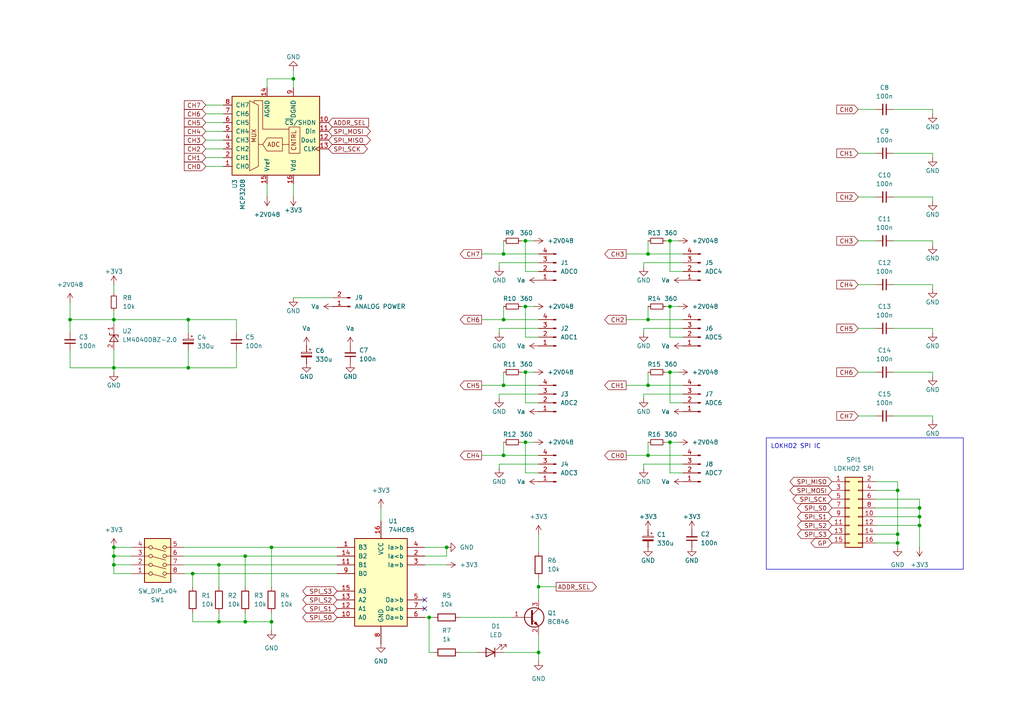
<source format=kicad_sch>
(kicad_sch (version 20250114) (generator "eeschema") (generator_version "9.0")
  (paper "A4")
  (lib_symbols
    (symbol "74xx:74HC85" (pin_names (offset 1.016))
      (property "Reference" "U" (at -7.62 13.97 0))
      (property "Value" "74HC85" (at -7.62 -13.97 0))
      (symbol "74HC85_1_0"
        (pin input line (at -12.7 10.16 0) (length 5.08) (name "B3") (number "1"))
        (pin input line (at -12.7 7.62 0) (length 5.08) (name "B2") (number "14"))
        (pin input line (at -12.7 5.08 0) (length 5.08) (name "B1") (number "11"))
        (pin input line (at -12.7 2.54 0) (length 5.08) (name "B0") (number "9"))
        (pin input line (at -12.7 -2.54 0) (length 5.08) (name "A3") (number "15"))
        (pin input line (at -12.7 -5.08 0) (length 5.08) (name "A2") (number "13"))
        (pin input line (at -12.7 -7.62 0) (length 5.08) (name "A1") (number "12"))
        (pin input line (at -12.7 -10.16 0) (length 5.08) (name "A0") (number "10"))
        (pin power_in line (at 0 17.78 270) (length 5.08) (name "VCC") (number "16"))
        (pin power_in line (at 0 -17.78 90) (length 5.08) (name "GND") (number "8"))
        (pin input line (at 12.7 10.16 180) (length 5.08) (name "Ia>b") (number "4"))
        (pin input line (at 12.7 7.62 180) (length 5.08) (name "Ia<b") (number "2"))
        (pin input line (at 12.7 5.08 180) (length 5.08) (name "Ia=b") (number "3"))
        (pin output line (at 12.7 -5.08 180) (length 5.08) (name "Oa>b") (number "5"))
        (pin output line (at 12.7 -7.62 180) (length 5.08) (name "Oa<b") (number "7"))
        (pin output line (at 12.7 -10.16 180) (length 5.08) (name "Oa=b") (number "6"))
      )
    )
    (symbol "Analog_ADC:MCP3208" (pin_names (offset 1.016))
      (property "Reference" "U" (at -5.08 13.335 0))
      (property "Value" "MCP3208" (at -5.08 11.43 0))
      (symbol "MCP3208_0_0"
        (text "MUX" (at -6.35 -1.27 900) (effects (font (size 1.27 1.27))))
        (text "ADC" (at -0.635 1.27 0) (effects (font (size 1.27 1.27))))
        (text "CNTRL" (at 5.969 -2.921 900) (effects (font (size 1.27 1.27)) (justify left bottom)))
      )
      (symbol "MCP3208_1_1"
        (pin input line (at -15.24 7.62 0) (length 2.54) (name "CH0") (number "1"))
        (pin input line (at -15.24 5.08 0) (length 2.54) (name "CH1") (number "2"))
        (pin input line (at -15.24 2.54 0) (length 2.54) (name "CH2") (number "3"))
        (pin input line (at -15.24 0 0) (length 2.54) (name "CH3") (number "4"))
        (pin input line (at -15.24 -2.54 0) (length 2.54) (name "CH4") (number "5"))
        (pin input line (at -15.24 -5.08 0) (length 2.54) (name "CH5") (number "6"))
        (pin input line (at -15.24 -7.62 0) (length 2.54) (name "CH6") (number "7"))
        (pin input line (at -15.24 -10.16 0) (length 2.54) (name "CH7") (number "8"))
        (pin power_in line (at -2.54 12.7 270) (length 2.54) (name "Vref") (number "15"))
        (pin power_in line (at -2.54 -15.24 90) (length 2.54) (name "AGND") (number "14"))
        (pin power_in line (at 5.08 12.7 270) (length 2.54) (name "Vdd") (number "16"))
        (pin power_in line (at 5.08 -15.24 90) (length 2.54) (name "DGND") (number "9"))
        (pin input clock (at 15.24 2.54 180) (length 2.54) (name "CLK") (number "13"))
        (pin output line (at 15.24 0 180) (length 2.54) (name "Dout") (number "12"))
        (pin input line (at 15.24 -2.54 180) (length 2.54) (name "Din") (number "11"))
        (pin input line (at 15.24 -5.08 180) (length 2.54) (name "~{CS}/SHDN") (number "10"))
      )
    )
    (symbol "Connector:Conn_01x02_Pin" (pin_names (offset 1.016) (hide yes))
      (property "Reference" "J" (at 0 2.54 0))
      (property "Value" "Conn_01x02_Pin" (at 0 -5.08 0))
      (symbol "Conn_01x02_Pin_1_1"
        (pin passive line (at 5.08 0 180) (length 3.81) (name "Pin_1") (number "1"))
        (pin passive line (at 5.08 -2.54 180) (length 3.81) (name "Pin_2") (number "2"))
      )
    )
    (symbol "Connector:Conn_01x04_Pin" (pin_names (offset 1.016) (hide yes))
      (property "Reference" "J" (at 0 5.08 0))
      (property "Value" "Conn_01x04_Pin" (at 0 -7.62 0))
      (symbol "Conn_01x04_Pin_1_1"
        (pin passive line (at 5.08 2.54 180) (length 3.81) (name "Pin_1") (number "1"))
        (pin passive line (at 5.08 0 180) (length 3.81) (name "Pin_2") (number "2"))
        (pin passive line (at 5.08 -2.54 180) (length 3.81) (name "Pin_3") (number "3"))
        (pin passive line (at 5.08 -5.08 180) (length 3.81) (name "Pin_4") (number "4"))
      )
    )
    (symbol "Connector_Generic:Conn_02x08_Odd_Even" (pin_names (offset 1.016) (hide yes))
      (property "Reference" "J" (at 1.27 10.16 0))
      (property "Value" "Conn_02x08_Odd_Even" (at 1.27 -12.7 0))
      (symbol "Conn_02x08_Odd_Even_1_1"
        (pin passive line (at -5.08 7.62 0) (length 3.81) (name "Pin_1") (number "1"))
        (pin passive line (at -5.08 5.08 0) (length 3.81) (name "Pin_3") (number "3"))
        (pin passive line (at -5.08 2.54 0) (length 3.81) (name "Pin_5") (number "5"))
        (pin passive line (at -5.08 0 0) (length 3.81) (name "Pin_7") (number "7"))
        (pin passive line (at -5.08 -2.54 0) (length 3.81) (name "Pin_9") (number "9"))
        (pin passive line (at -5.08 -5.08 0) (length 3.81) (name "Pin_11") (number "11"))
        (pin passive line (at -5.08 -7.62 0) (length 3.81) (name "Pin_13") (number "13"))
        (pin passive line (at -5.08 -10.16 0) (length 3.81) (name "Pin_15") (number "15"))
        (pin passive line (at 7.62 7.62 180) (length 3.81) (name "Pin_2") (number "2"))
        (pin passive line (at 7.62 5.08 180) (length 3.81) (name "Pin_4") (number "4"))
        (pin passive line (at 7.62 2.54 180) (length 3.81) (name "Pin_6") (number "6"))
        (pin passive line (at 7.62 0 180) (length 3.81) (name "Pin_8") (number "8"))
        (pin passive line (at 7.62 -2.54 180) (length 3.81) (name "Pin_10") (number "10"))
        (pin passive line (at 7.62 -5.08 180) (length 3.81) (name "Pin_12") (number "12"))
        (pin passive line (at 7.62 -7.62 180) (length 3.81) (name "Pin_14") (number "14"))
        (pin passive line (at 7.62 -10.16 180) (length 3.81) (name "Pin_16") (number "16"))
      )
    )
    (symbol "Device:C_Polarized_Small" (pin_numbers (hide yes)) (pin_names (offset 0.254) (hide yes))
      (property "Reference" "C" (at 0.254 1.778 0))
      (property "Value" "C_Polarized_Small" (at 0.254 -2.032 0))
      (symbol "C_Polarized_Small_1_1"
        (pin passive line (at 0 2.54 270) (length 1.8542) (name "~") (number "1"))
        (pin passive line (at 0 -2.54 90) (length 1.8542) (name "~") (number "2"))
      )
    )
    (symbol "Device:C_Small" (pin_numbers (hide yes)) (pin_names (offset 0.254) (hide yes))
      (property "Reference" "C" (at 0.254 1.778 0))
      (property "Value" "C_Small" (at 0.254 -2.032 0))
      (symbol "C_Small_1_1"
        (pin passive line (at 0 2.54 270) (length 2.032) (name "~") (number "1"))
        (pin passive line (at 0 -2.54 90) (length 2.032) (name "~") (number "2"))
      )
    )
    (symbol "Device:LED" (pin_numbers (hide yes)) (pin_names (offset 1.016) (hide yes))
      (property "Reference" "D" (at 0 2.54 0))
      (property "Value" "LED" (at 0 -2.54 0))
      (symbol "LED_1_1"
        (pin passive line (at -3.81 0 0) (length 2.54) (name "K") (number "1"))
        (pin passive line (at 3.81 0 180) (length 2.54) (name "A") (number "2"))
      )
    )
    (symbol "Device:R" (pin_numbers (hide yes)) (pin_names (offset 0))
      (property "Reference" "R" (at 2.032 0 90))
      (property "Value" "R" (at 0 0 90))
      (symbol "R_1_1"
        (pin passive line (at 0 3.81 270) (length 1.27) (name "~") (number "1"))
        (pin passive line (at 0 -3.81 90) (length 1.27) (name "~") (number "2"))
      )
    )
    (symbol "Device:R_Small" (pin_numbers (hide yes)) (pin_names (offset 0.254) (hide yes))
      (property "Reference" "R" (at 0.762 0.508 0))
      (property "Value" "R_Small" (at 0.762 -1.016 0))
      (symbol "R_Small_1_1"
        (pin passive line (at 0 2.54 270) (length 0.762) (name "~") (number "1"))
        (pin passive line (at 0 -2.54 90) (length 0.762) (name "~") (number "2"))
      )
    )
    (symbol "Reference_Voltage:LM4040DBZ-2.0" (pin_names (offset 0.0254) (hide yes))
      (property "Reference" "U" (at 0 2.54 0))
      (property "Value" "LM4040DBZ-2.0" (at 0 -3.175 0))
      (symbol "LM4040DBZ-2.0_1_1"
        (pin passive line (at -3.81 0 0) (length 2.54) (name "A") (number "2"))
        (pin no_connect line (at -1.27 0 0) (length 2.54) (hide yes) (name "NC") (number "3"))
        (pin passive line (at 3.81 0 180) (length 2.54) (name "K") (number "1"))
      )
    )
    (symbol "Switch:SW_DIP_x04" (pin_names (offset 0) (hide yes))
      (property "Reference" "SW" (at 0 8.89 0))
      (property "Value" "SW_DIP_x04" (at 0 -6.35 0))
      (symbol "SW_DIP_x04_1_1"
        (pin passive line (at -7.62 5.08 0) (length 5.08) (name "~") (number "1"))
        (pin passive line (at -7.62 2.54 0) (length 5.08) (name "~") (number "2"))
        (pin passive line (at -7.62 0 0) (length 5.08) (name "~") (number "3"))
        (pin passive line (at -7.62 -2.54 0) (length 5.08) (name "~") (number "4"))
        (pin passive line (at 7.62 5.08 180) (length 5.08) (name "~") (number "8"))
        (pin passive line (at 7.62 2.54 180) (length 5.08) (name "~") (number "7"))
        (pin passive line (at 7.62 0 180) (length 5.08) (name "~") (number "6"))
        (pin passive line (at 7.62 -2.54 180) (length 5.08) (name "~") (number "5"))
      )
    )
    (symbol "Transistor_BJT:BC846" (pin_names (offset 0) (hide yes))
      (property "Reference" "Q" (at 5.08 1.905 0))
      (property "Value" "BC846" (at 5.08 0 0))
      (symbol "BC846_1_1"
        (pin input line (at -5.08 0 0) (length 2.54) (name "B") (number "1"))
        (pin passive line (at 2.54 5.08 270) (length 2.54) (name "C") (number "3"))
        (pin passive line (at 2.54 -5.08 90) (length 2.54) (name "E") (number "2"))
      )
    )
    (symbol "power:+2V5" (power) (pin_numbers (hide yes)) (pin_names (offset 0) (hide yes))
      (property "Value" "+2V5" (at 0 3.556 0))
      (symbol "+2V5_1_1"
        (pin power_in line (at 0 0 90) (length 0) (name "~") (number "1"))
      )
    )
    (symbol "power:+3V3" (power) (pin_numbers (hide yes)) (pin_names (offset 0) (hide yes))
      (property "Value" "+3V3" (at 0 3.556 0))
      (symbol "+3V3_1_1"
        (pin power_in line (at 0 0 90) (length 0) (name "~") (number "1"))
      )
    )
    (symbol "power:GND" (power) (pin_numbers (hide yes)) (pin_names (offset 0) (hide yes))
      (property "Value" "GND" (at 0 -3.81 0))
      (symbol "GND_1_1"
        (pin power_in line (at 0 0 270) (length 0) (name "~") (number "1"))
      )
    )
    (symbol "power:VAA" (power) (pin_numbers (hide yes)) (pin_names (offset 0) (hide yes))
      (property "Value" "VAA" (at 0 3.556 0))
      (symbol "VAA_1_1"
        (pin power_in line (at 0 0 90) (length 0) (name "~") (number "1"))
      )
    )
  )
  (rectangle (start 222.25 127) (end 279.4 165.1))
  (text "LOKHO2 SPI IC" (at 223.52 129.54 0) (effects (font (size 1.27 1.27)) (justify left)))
  (junction (at 63.5 163.83))
  (junction (at 33.02 106.68))
  (junction (at 266.7 152.4))
  (junction (at 78.74 180.34))
  (junction (at 71.12 180.34))
  (junction (at 54.61 106.68))
  (junction (at 33.02 161.29))
  (junction (at 20.32 92.71))
  (junction (at 187.96 111.76))
  (junction (at 146.05 111.76))
  (junction (at 124.46 179.07))
  (junction (at 146.05 73.66))
  (junction (at 129.54 158.75))
  (junction (at 85.09 22.86))
  (junction (at 156.21 189.23))
  (junction (at 152.4 69.85))
  (junction (at 194.31 107.95))
  (junction (at 55.88 166.37))
  (junction (at 187.96 92.71))
  (junction (at 194.31 88.9))
  (junction (at 152.4 107.95))
  (junction (at 78.74 158.75))
  (junction (at 187.96 73.66))
  (junction (at 260.35 142.24))
  (junction (at 260.35 154.94))
  (junction (at 156.21 170.18))
  (junction (at 194.31 69.85))
  (junction (at 266.7 147.32))
  (junction (at 266.7 149.86))
  (junction (at 54.61 92.71))
  (junction (at 152.4 128.27))
  (junction (at 33.02 163.83))
  (junction (at 152.4 88.9))
  (junction (at 194.31 128.27))
  (junction (at 71.12 161.29))
  (junction (at 260.35 157.48))
  (junction (at 146.05 132.08))
  (junction (at 187.96 132.08))
  (junction (at 146.05 92.71))
  (junction (at 63.5 180.34))
  (junction (at 33.02 158.75))
  (junction (at 33.02 92.71))
  (no_connect (at 123.19 176.53))
  (no_connect (at 123.19 173.99))
  (wire (pts (xy 53.34 158.75) (xy 78.74 158.75)))
  (wire (pts (xy 260.35 157.48) (xy 254 157.48)))
  (wire (pts (xy 198.12 97.79) (xy 194.31 97.79)))
  (wire (pts (xy 78.74 177.8) (xy 78.74 180.34)))
  (wire (pts (xy 63.5 163.83) (xy 63.5 170.18)))
  (wire (pts (xy 198.12 137.16) (xy 194.31 137.16)))
  (wire (pts (xy 55.88 166.37) (xy 55.88 170.18)))
  (wire (pts (xy 53.34 161.29) (xy 71.12 161.29)))
  (wire (pts (xy 187.96 69.85) (xy 187.96 73.66)))
  (wire (pts (xy 156.21 154.94) (xy 156.21 160.02)))
  (wire (pts (xy 266.7 152.4) (xy 266.7 149.86)))
  (wire (pts (xy 248.92 57.15) (xy 254 57.15)))
  (wire (pts (xy 53.34 163.83) (xy 63.5 163.83)))
  (wire (pts (xy 59.69 33.02) (xy 64.77 33.02)))
  (wire (pts (xy 144.78 134.62) (xy 156.21 134.62)))
  (wire (pts (xy 151.13 107.95) (xy 152.4 107.95)))
  (wire (pts (xy 33.02 161.29) (xy 33.02 163.83)))
  (wire (pts (xy 161.29 170.18) (xy 156.21 170.18)))
  (wire (pts (xy 266.7 147.32) (xy 266.7 149.86)))
  (wire (pts (xy 54.61 96.52) (xy 54.61 92.71)))
  (wire (pts (xy 54.61 92.71) (xy 33.02 92.71)))
  (wire (pts (xy 194.31 88.9) (xy 196.85 88.9)))
  (wire (pts (xy 151.13 88.9) (xy 152.4 88.9)))
  (wire (pts (xy 198.12 78.74) (xy 194.31 78.74)))
  (wire (pts (xy 152.4 128.27) (xy 154.94 128.27)))
  (wire (pts (xy 152.4 116.84) (xy 152.4 107.95)))
  (wire (pts (xy 270.51 121.92) (xy 270.51 120.65)))
  (wire (pts (xy 33.02 163.83) (xy 33.02 166.37)))
  (wire (pts (xy 33.02 82.55) (xy 33.02 85.09)))
  (wire (pts (xy 260.35 139.7) (xy 260.35 142.24)))
  (wire (pts (xy 33.02 158.75) (xy 33.02 161.29)))
  (wire (pts (xy 146.05 189.23) (xy 156.21 189.23)))
  (wire (pts (xy 194.31 116.84) (xy 194.31 107.95)))
  (wire (pts (xy 156.21 189.23) (xy 156.21 191.77)))
  (wire (pts (xy 198.12 116.84) (xy 194.31 116.84)))
  (wire (pts (xy 260.35 154.94) (xy 260.35 157.48)))
  (wire (pts (xy 123.19 158.75) (xy 129.54 158.75)))
  (wire (pts (xy 248.92 82.55) (xy 254 82.55)))
  (wire (pts (xy 151.13 128.27) (xy 152.4 128.27)))
  (wire (pts (xy 270.51 45.72) (xy 270.51 44.45)))
  (wire (pts (xy 144.78 76.2) (xy 156.21 76.2)))
  (wire (pts (xy 20.32 92.71) (xy 20.32 96.52)))
  (wire (pts (xy 144.78 115.57) (xy 144.78 114.3)))
  (wire (pts (xy 187.96 92.71) (xy 198.12 92.71)))
  (wire (pts (xy 254 152.4) (xy 266.7 152.4)))
  (wire (pts (xy 193.04 128.27) (xy 194.31 128.27)))
  (wire (pts (xy 270.51 95.25) (xy 259.08 95.25)))
  (wire (pts (xy 186.69 96.52) (xy 186.69 95.25)))
  (wire (pts (xy 146.05 73.66) (xy 156.21 73.66)))
  (wire (pts (xy 123.19 179.07) (xy 124.46 179.07)))
  (wire (pts (xy 152.4 78.74) (xy 152.4 69.85)))
  (wire (pts (xy 20.32 101.6) (xy 20.32 106.68)))
  (wire (pts (xy 181.61 132.08) (xy 187.96 132.08)))
  (wire (pts (xy 248.92 107.95) (xy 254 107.95)))
  (wire (pts (xy 194.31 107.95) (xy 196.85 107.95)))
  (wire (pts (xy 144.78 96.52) (xy 144.78 95.25)))
  (wire (pts (xy 186.69 135.89) (xy 186.69 134.62)))
  (wire (pts (xy 146.05 128.27) (xy 146.05 132.08)))
  (wire (pts (xy 139.7 111.76) (xy 146.05 111.76)))
  (wire (pts (xy 186.69 77.47) (xy 186.69 76.2)))
  (wire (pts (xy 139.7 132.08) (xy 146.05 132.08)))
  (wire (pts (xy 110.49 147.32) (xy 110.49 151.13)))
  (wire (pts (xy 152.4 88.9) (xy 154.94 88.9)))
  (wire (pts (xy 270.51 57.15) (xy 259.08 57.15)))
  (wire (pts (xy 152.4 107.95) (xy 154.94 107.95)))
  (wire (pts (xy 78.74 158.75) (xy 97.79 158.75)))
  (wire (pts (xy 144.78 114.3) (xy 156.21 114.3)))
  (wire (pts (xy 270.51 71.12) (xy 270.51 69.85)))
  (wire (pts (xy 186.69 134.62) (xy 198.12 134.62)))
  (wire (pts (xy 85.09 86.36) (xy 96.52 86.36)))
  (wire (pts (xy 181.61 73.66) (xy 187.96 73.66)))
  (wire (pts (xy 55.88 177.8) (xy 55.88 180.34)))
  (wire (pts (xy 193.04 69.85) (xy 194.31 69.85)))
  (wire (pts (xy 156.21 184.15) (xy 156.21 189.23)))
  (wire (pts (xy 186.69 76.2) (xy 198.12 76.2)))
  (wire (pts (xy 248.92 69.85) (xy 254 69.85)))
  (wire (pts (xy 33.02 158.75) (xy 38.1 158.75)))
  (wire (pts (xy 78.74 158.75) (xy 78.74 170.18)))
  (wire (pts (xy 33.02 101.6) (xy 33.02 106.68)))
  (wire (pts (xy 20.32 92.71) (xy 33.02 92.71)))
  (wire (pts (xy 78.74 180.34) (xy 78.74 182.88)))
  (wire (pts (xy 124.46 189.23) (xy 124.46 179.07)))
  (wire (pts (xy 129.54 158.75) (xy 129.54 161.29)))
  (wire (pts (xy 248.92 44.45) (xy 254 44.45)))
  (wire (pts (xy 254 144.78) (xy 266.7 144.78)))
  (wire (pts (xy 20.32 87.63) (xy 20.32 92.71)))
  (wire (pts (xy 270.51 96.52) (xy 270.51 95.25)))
  (wire (pts (xy 54.61 101.6) (xy 54.61 106.68)))
  (wire (pts (xy 266.7 144.78) (xy 266.7 147.32)))
  (wire (pts (xy 146.05 69.85) (xy 146.05 73.66)))
  (wire (pts (xy 248.92 120.65) (xy 254 120.65)))
  (wire (pts (xy 194.31 128.27) (xy 196.85 128.27)))
  (wire (pts (xy 68.58 92.71) (xy 54.61 92.71)))
  (wire (pts (xy 59.69 43.18) (xy 64.77 43.18)))
  (wire (pts (xy 144.78 95.25) (xy 156.21 95.25)))
  (wire (pts (xy 146.05 107.95) (xy 146.05 111.76)))
  (wire (pts (xy 59.69 40.64) (xy 64.77 40.64)))
  (wire (pts (xy 33.02 92.71) (xy 33.02 93.98)))
  (wire (pts (xy 146.05 92.71) (xy 156.21 92.71)))
  (wire (pts (xy 133.35 179.07) (xy 148.59 179.07)))
  (wire (pts (xy 270.51 109.22) (xy 270.51 107.95)))
  (wire (pts (xy 156.21 78.74) (xy 152.4 78.74)))
  (wire (pts (xy 194.31 97.79) (xy 194.31 88.9)))
  (wire (pts (xy 59.69 38.1) (xy 64.77 38.1)))
  (wire (pts (xy 133.35 189.23) (xy 138.43 189.23)))
  (wire (pts (xy 68.58 101.6) (xy 68.58 106.68)))
  (wire (pts (xy 139.7 92.71) (xy 146.05 92.71)))
  (wire (pts (xy 181.61 111.76) (xy 187.96 111.76)))
  (wire (pts (xy 187.96 88.9) (xy 187.96 92.71)))
  (wire (pts (xy 59.69 30.48) (xy 64.77 30.48)))
  (wire (pts (xy 123.19 163.83) (xy 129.54 163.83)))
  (wire (pts (xy 270.51 107.95) (xy 259.08 107.95)))
  (wire (pts (xy 152.4 69.85) (xy 154.94 69.85)))
  (wire (pts (xy 54.61 106.68) (xy 33.02 106.68)))
  (wire (pts (xy 156.21 167.64) (xy 156.21 170.18)))
  (wire (pts (xy 144.78 77.47) (xy 144.78 76.2)))
  (wire (pts (xy 71.12 177.8) (xy 71.12 180.34)))
  (wire (pts (xy 63.5 177.8) (xy 63.5 180.34)))
  (wire (pts (xy 68.58 96.52) (xy 68.58 92.71)))
  (wire (pts (xy 146.05 132.08) (xy 156.21 132.08)))
  (wire (pts (xy 55.88 166.37) (xy 97.79 166.37)))
  (wire (pts (xy 85.09 20.32) (xy 85.09 22.86)))
  (wire (pts (xy 270.51 58.42) (xy 270.51 57.15)))
  (wire (pts (xy 55.88 180.34) (xy 63.5 180.34)))
  (wire (pts (xy 71.12 180.34) (xy 78.74 180.34)))
  (wire (pts (xy 152.4 97.79) (xy 152.4 88.9)))
  (wire (pts (xy 260.35 158.75) (xy 260.35 157.48)))
  (wire (pts (xy 187.96 128.27) (xy 187.96 132.08)))
  (wire (pts (xy 194.31 137.16) (xy 194.31 128.27)))
  (wire (pts (xy 20.32 106.68) (xy 33.02 106.68)))
  (wire (pts (xy 254 149.86) (xy 266.7 149.86)))
  (wire (pts (xy 33.02 106.68) (xy 33.02 107.95)))
  (wire (pts (xy 53.34 166.37) (xy 55.88 166.37)))
  (wire (pts (xy 33.02 163.83) (xy 38.1 163.83)))
  (wire (pts (xy 156.21 170.18) (xy 156.21 173.99)))
  (wire (pts (xy 77.47 22.86) (xy 85.09 22.86)))
  (wire (pts (xy 270.51 120.65) (xy 259.08 120.65)))
  (wire (pts (xy 270.51 69.85) (xy 259.08 69.85)))
  (wire (pts (xy 260.35 142.24) (xy 260.35 154.94)))
  (wire (pts (xy 33.02 161.29) (xy 38.1 161.29)))
  (wire (pts (xy 187.96 107.95) (xy 187.96 111.76)))
  (wire (pts (xy 129.54 161.29) (xy 123.19 161.29)))
  (wire (pts (xy 181.61 92.71) (xy 187.96 92.71)))
  (wire (pts (xy 156.21 137.16) (xy 152.4 137.16)))
  (wire (pts (xy 63.5 180.34) (xy 71.12 180.34)))
  (wire (pts (xy 193.04 107.95) (xy 194.31 107.95)))
  (wire (pts (xy 254 154.94) (xy 260.35 154.94)))
  (wire (pts (xy 193.04 88.9) (xy 194.31 88.9)))
  (wire (pts (xy 194.31 78.74) (xy 194.31 69.85)))
  (wire (pts (xy 139.7 73.66) (xy 146.05 73.66)))
  (wire (pts (xy 270.51 31.75) (xy 259.08 31.75)))
  (wire (pts (xy 71.12 161.29) (xy 71.12 170.18)))
  (wire (pts (xy 59.69 45.72) (xy 64.77 45.72)))
  (wire (pts (xy 270.51 44.45) (xy 259.08 44.45)))
  (wire (pts (xy 270.51 33.02) (xy 270.51 31.75)))
  (wire (pts (xy 77.47 57.15) (xy 77.47 53.34)))
  (wire (pts (xy 186.69 95.25) (xy 198.12 95.25)))
  (wire (pts (xy 144.78 135.89) (xy 144.78 134.62)))
  (wire (pts (xy 68.58 106.68) (xy 54.61 106.68)))
  (wire (pts (xy 71.12 161.29) (xy 97.79 161.29)))
  (wire (pts (xy 156.21 116.84) (xy 152.4 116.84)))
  (wire (pts (xy 59.69 35.56) (xy 64.77 35.56)))
  (wire (pts (xy 270.51 82.55) (xy 259.08 82.55)))
  (wire (pts (xy 85.09 57.15) (xy 85.09 53.34)))
  (wire (pts (xy 254 139.7) (xy 260.35 139.7)))
  (wire (pts (xy 156.21 97.79) (xy 152.4 97.79)))
  (wire (pts (xy 59.69 48.26) (xy 64.77 48.26)))
  (wire (pts (xy 33.02 166.37) (xy 38.1 166.37)))
  (wire (pts (xy 254 142.24) (xy 260.35 142.24)))
  (wire (pts (xy 248.92 95.25) (xy 254 95.25)))
  (wire (pts (xy 63.5 163.83) (xy 97.79 163.83)))
  (wire (pts (xy 152.4 137.16) (xy 152.4 128.27)))
  (wire (pts (xy 194.31 69.85) (xy 196.85 69.85)))
  (wire (pts (xy 125.73 189.23) (xy 124.46 189.23)))
  (wire (pts (xy 85.09 22.86) (xy 85.09 25.4)))
  (wire (pts (xy 254 147.32) (xy 266.7 147.32)))
  (wire (pts (xy 124.46 179.07) (xy 125.73 179.07)))
  (wire (pts (xy 151.13 69.85) (xy 152.4 69.85)))
  (wire (pts (xy 187.96 73.66) (xy 198.12 73.66)))
  (wire (pts (xy 187.96 111.76) (xy 198.12 111.76)))
  (wire (pts (xy 77.47 25.4) (xy 77.47 22.86)))
  (wire (pts (xy 266.7 158.75) (xy 266.7 152.4)))
  (wire (pts (xy 186.69 115.57) (xy 186.69 114.3)))
  (wire (pts (xy 146.05 88.9) (xy 146.05 92.71)))
  (wire (pts (xy 248.92 31.75) (xy 254 31.75)))
  (wire (pts (xy 187.96 132.08) (xy 198.12 132.08)))
  (wire (pts (xy 146.05 111.76) (xy 156.21 111.76)))
  (wire (pts (xy 186.69 114.3) (xy 198.12 114.3)))
  (wire (pts (xy 33.02 90.17) (xy 33.02 92.71)))
  (wire (pts (xy 270.51 83.82) (xy 270.51 82.55)))
  (global_label "CH1" (shape input) (at 59.69 45.72 180) (property "Intersheetrefs" "${INTERSHEET_REFS}" (effects (hide yes))))
  (global_label "SPI_S3" (shape bidirectional) (at 241.3 154.94 180) (property "Intersheetrefs" "${INTERSHEET_REFS}" (effects (hide yes))))
  (global_label "CH2" (shape input) (at 248.92 57.15 180) (property "Intersheetrefs" "${INTERSHEET_REFS}" (effects (hide yes))))
  (global_label "SPI_S1" (shape bidirectional) (at 241.3 149.86 180) (property "Intersheetrefs" "${INTERSHEET_REFS}" (effects (hide yes))))
  (global_label "CH0" (shape input) (at 248.92 31.75 180) (property "Intersheetrefs" "${INTERSHEET_REFS}" (effects (hide yes))))
  (global_label "CH5" (shape input) (at 248.92 95.25 180) (property "Intersheetrefs" "${INTERSHEET_REFS}" (effects (hide yes))))
  (global_label "CH2" (shape input) (at 59.69 43.18 180) (property "Intersheetrefs" "${INTERSHEET_REFS}" (effects (hide yes))))
  (global_label "SPI_SCK" (shape bidirectional) (at 95.25 43.18 0) (property "Intersheetrefs" "${INTERSHEET_REFS}" (effects (hide yes))))
  (global_label "CH1" (shape input) (at 248.92 44.45 180) (property "Intersheetrefs" "${INTERSHEET_REFS}" (effects (hide yes))))
  (global_label "CH6" (shape input) (at 248.92 107.95 180) (property "Intersheetrefs" "${INTERSHEET_REFS}" (effects (hide yes))))
  (global_label "CH3" (shape input) (at 59.69 40.64 180) (property "Intersheetrefs" "${INTERSHEET_REFS}" (effects (hide yes))))
  (global_label "SPI_SCK" (shape bidirectional) (at 241.3 144.78 180) (property "Intersheetrefs" "${INTERSHEET_REFS}" (effects (hide yes))))
  (global_label "SPI_S2" (shape bidirectional) (at 97.79 173.99 180) (property "Intersheetrefs" "${INTERSHEET_REFS}" (effects (hide yes))))
  (global_label "CH1" (shape output) (at 181.61 111.76 180) (property "Intersheetrefs" "${INTERSHEET_REFS}" (effects (hide yes))))
  (global_label "CH3" (shape input) (at 248.92 69.85 180) (property "Intersheetrefs" "${INTERSHEET_REFS}" (effects (hide yes))))
  (global_label "CH4" (shape input) (at 59.69 38.1 180) (property "Intersheetrefs" "${INTERSHEET_REFS}" (effects (hide yes))))
  (global_label "CH2" (shape output) (at 181.61 92.71 180) (property "Intersheetrefs" "${INTERSHEET_REFS}" (effects (hide yes))))
  (global_label "CH5" (shape output) (at 139.7 111.76 180) (property "Intersheetrefs" "${INTERSHEET_REFS}" (effects (hide yes))))
  (global_label "SPI_S0" (shape bidirectional) (at 241.3 147.32 180) (property "Intersheetrefs" "${INTERSHEET_REFS}" (effects (hide yes))))
  (global_label "ADDR_SEL" (shape output) (at 161.29 170.18 0) (property "Intersheetrefs" "${INTERSHEET_REFS}" (effects (hide yes))))
  (global_label "SPI_MISO" (shape bidirectional) (at 95.25 40.64 0) (property "Intersheetrefs" "${INTERSHEET_REFS}" (effects (hide yes))))
  (global_label "CH6" (shape input) (at 59.69 33.02 180) (property "Intersheetrefs" "${INTERSHEET_REFS}" (effects (hide yes))))
  (global_label "CH0" (shape output) (at 181.61 132.08 180) (property "Intersheetrefs" "${INTERSHEET_REFS}" (effects (hide yes))))
  (global_label "CH0" (shape input) (at 59.69 48.26 180) (property "Intersheetrefs" "${INTERSHEET_REFS}" (effects (hide yes))))
  (global_label "SPI_S2" (shape bidirectional) (at 241.3 152.4 180) (property "Intersheetrefs" "${INTERSHEET_REFS}" (effects (hide yes))))
  (global_label "SPI_MISO" (shape bidirectional) (at 241.3 139.7 180) (property "Intersheetrefs" "${INTERSHEET_REFS}" (effects (hide yes))))
  (global_label "SPI_S3" (shape bidirectional) (at 97.79 171.45 180) (property "Intersheetrefs" "${INTERSHEET_REFS}" (effects (hide yes))))
  (global_label "CH7" (shape output) (at 139.7 73.66 180) (property "Intersheetrefs" "${INTERSHEET_REFS}" (effects (hide yes))))
  (global_label "CH7" (shape input) (at 59.69 30.48 180) (property "Intersheetrefs" "${INTERSHEET_REFS}" (effects (hide yes))))
  (global_label "ADDR_SEL" (shape input) (at 95.25 35.56 0) (property "Intersheetrefs" "${INTERSHEET_REFS}" (effects (hide yes))))
  (global_label "SPI_S1" (shape bidirectional) (at 97.79 176.53 180) (property "Intersheetrefs" "${INTERSHEET_REFS}" (effects (hide yes))))
  (global_label "SPI_MOSI" (shape bidirectional) (at 95.25 38.1 0) (property "Intersheetrefs" "${INTERSHEET_REFS}" (effects (hide yes))))
  (global_label "CH4" (shape input) (at 248.92 82.55 180) (property "Intersheetrefs" "${INTERSHEET_REFS}" (effects (hide yes))))
  (global_label "CH6" (shape output) (at 139.7 92.71 180) (property "Intersheetrefs" "${INTERSHEET_REFS}" (effects (hide yes))))
  (global_label "CH3" (shape output) (at 181.61 73.66 180) (property "Intersheetrefs" "${INTERSHEET_REFS}" (effects (hide yes))))
  (global_label "CH4" (shape output) (at 139.7 132.08 180) (property "Intersheetrefs" "${INTERSHEET_REFS}" (effects (hide yes))))
  (global_label "SPI_S0" (shape bidirectional) (at 97.79 179.07 180) (property "Intersheetrefs" "${INTERSHEET_REFS}" (effects (hide yes))))
  (global_label "GP" (shape bidirectional) (at 241.3 157.48 180) (property "Intersheetrefs" "${INTERSHEET_REFS}" (effects (hide yes))))
  (global_label "CH7" (shape input) (at 248.92 120.65 180) (property "Intersheetrefs" "${INTERSHEET_REFS}" (effects (hide yes))))
  (global_label "SPI_MOSI" (shape bidirectional) (at 241.3 142.24 180) (property "Intersheetrefs" "${INTERSHEET_REFS}" (effects (hide yes))))
  (global_label "CH5" (shape input) (at 59.69 35.56 180) (property "Intersheetrefs" "${INTERSHEET_REFS}" (effects (hide yes))))
  (symbol (lib_id "power:GND") (at 110.49 186.69 0) (unit 1)
    (property "Reference" "#PWR0108" (effects (hide yes)))
    (property "Value" "GND" (at 110.49 191.77 0))
    (property "Description" "Power symbol creates a global label with name \"GND\" , ground" (effects (hide yes)))
  )
  (symbol (lib_id "power:+3V3") (at 33.02 158.75 0) (unit 1)
    (property "Reference" "#PWR0105" (effects (hide yes)))
    (property "Value" "+3V3" (at 33.02 153.67 0))
    (property "Description" "Power symbol creates a global label with name \"+3V3\"" (effects (hide yes)))
  )
  (symbol (lib_id "Device:LED") (at 142.24 189.23 180) (unit 1)
    (property "Reference" "D1" (at 143.8275 181.61 0))
    (property "Value" "LED" (at 143.8275 184.15 0))
    (property "Footprint" "LED_THT:LED_D3.0mm" (effects (hide yes)))
    (property "Description" "Light emitting diode" (effects (hide yes)))
    (property "Sim.Pins" "1=K 2=A" (effects (hide yes)))
  )
  (symbol (lib_id "Device:R") (at 63.5 173.99 0) (unit 1)
    (property "Reference" "R2" (at 66.04 172.7199 0) (effects (justify left)))
    (property "Value" "10k" (at 66.04 175.2599 0) (effects (justify left)))
    (property "Footprint" "Resistor_THT:R_Axial_DIN0204_L3.6mm_D1.6mm_P7.62mm_Horizontal" (effects (hide yes)))
    (property "Description" "Resistor" (effects (hide yes)))
  )
  (symbol (lib_id "Device:R") (at 129.54 179.07 90) (unit 1)
    (property "Reference" "R5" (at 129.54 172.72 90))
    (property "Value" "10k" (at 129.54 175.26 90))
    (property "Footprint" "Resistor_THT:R_Axial_DIN0204_L3.6mm_D1.6mm_P7.62mm_Horizontal" (effects (hide yes)))
    (property "Description" "Resistor" (effects (hide yes)))
  )
  (symbol (lib_id "Connector:Conn_01x04_Pin") (at 203.2 116.84 180) (unit 1)
    (property "Reference" "J7" (at 204.47 114.2999 0) (effects (justify right)))
    (property "Value" "ADC6" (at 204.47 116.8399 0) (effects (justify right)))
    (property "Footprint" "Connector_PinHeader_2.54mm:PinHeader_1x04_P2.54mm_Horizontal" (effects (hide yes)))
    (property "Description" "Generic connector, single row, 01x04, script generated" (effects (hide yes)))
  )
  (symbol (lib_id "Device:C_Polarized_Small") (at 54.61 99.06 0) (mirror y) (unit 1)
    (property "Reference" "C4" (at 57.15 97.8789 0) (effects (justify right)))
    (property "Value" "330u" (at 57.15 100.4189 0) (effects (justify right)))
    (property "Footprint" "Capacitor_THT:CP_Radial_D8.0mm_P3.50mm" (effects (hide yes)))
  )
  (symbol (lib_id "power:GND") (at 187.96 158.75 0) (unit 1)
    (property "Reference" "#PWR0114" (effects (hide yes)))
    (property "Value" "GND" (at 187.96 162.56 0))
  )
  (symbol (lib_id "power:GND") (at 85.09 20.32 0) (mirror x) (unit 1)
    (property "Reference" "#PWR0103" (effects (hide yes)))
    (property "Value" "GND" (at 85.09 16.51 0))
  )
  (symbol (lib_id "power:GND") (at 156.21 191.77 0) (unit 1)
    (property "Reference" "#PWR0106" (effects (hide yes)))
    (property "Value" "GND" (at 156.21 196.85 0))
    (property "Description" "Power symbol creates a global label with name \"GND\" , ground" (effects (hide yes)))
  )
  (symbol (lib_id "power:GND") (at 101.6 105.41 0) (unit 1)
    (property "Reference" "#PWR016" (effects (hide yes)))
    (property "Value" "GND" (at 101.6 109.22 0))
  )
  (symbol (lib_id "power:+3V3") (at 156.21 154.94 0) (unit 1)
    (property "Reference" "#PWR0109" (effects (hide yes)))
    (property "Value" "+3V3" (at 156.21 149.86 0))
    (property "Description" "Power symbol creates a global label with name \"+3V3\"" (effects (hide yes)))
  )
  (symbol (lib_id "power:+2V5") (at 154.94 69.85 270) (unit 1)
    (property "Reference" "#PWR0120" (effects (hide yes)))
    (property "Value" "+2V048" (at 158.75 69.8499 90) (effects (justify left)))
    (property "Description" "Power symbol creates a global label with name \"+2V5\"" (effects (hide yes)))
  )
  (symbol (lib_id "Device:R_Small") (at 33.02 87.63 180) (unit 1)
    (property "Reference" "R8" (at 35.56 86.3599 0) (effects (justify right)))
    (property "Value" "10k" (at 35.56 88.8999 0) (effects (justify right)))
    (property "Footprint" "Resistor_THT:R_Axial_DIN0204_L3.6mm_D1.6mm_P7.62mm_Horizontal" (effects (hide yes)))
  )
  (symbol (lib_id "Connector:Conn_01x04_Pin") (at 203.2 78.74 180) (unit 1)
    (property "Reference" "J5" (at 204.47 76.1999 0) (effects (justify right)))
    (property "Value" "ADC4" (at 204.47 78.7399 0) (effects (justify right)))
    (property "Footprint" "Connector_PinHeader_2.54mm:PinHeader_1x04_P2.54mm_Horizontal" (effects (hide yes)))
    (property "Description" "Generic connector, single row, 01x04, script generated" (effects (hide yes)))
  )
  (symbol (lib_id "Device:R_Small") (at 190.5 128.27 90) (unit 1)
    (property "Reference" "R16" (at 189.738 125.984 90))
    (property "Value" "360" (at 194.564 125.984 90))
    (property "Footprint" "Resistor_THT:R_Axial_DIN0204_L3.6mm_D1.6mm_P7.62mm_Horizontal" (effects (hide yes)))
  )
  (symbol (lib_id "power:+2V5") (at 196.85 88.9 270) (unit 1)
    (property "Reference" "#PWR0123" (effects (hide yes)))
    (property "Value" "+2V048" (at 200.66 88.8999 90) (effects (justify left)))
    (property "Description" "Power symbol creates a global label with name \"+2V5\"" (effects (hide yes)))
  )
  (symbol (lib_id "Connector:Conn_01x04_Pin") (at 161.29 137.16 180) (unit 1)
    (property "Reference" "J4" (at 162.56 134.6199 0) (effects (justify right)))
    (property "Value" "ADC3" (at 162.56 137.1599 0) (effects (justify right)))
    (property "Footprint" "Connector_PinHeader_2.54mm:PinHeader_1x04_P2.54mm_Horizontal" (effects (hide yes)))
    (property "Description" "Generic connector, single row, 01x04, script generated" (effects (hide yes)))
  )
  (symbol (lib_id "power:GND") (at 270.51 45.72 0) (mirror y) (unit 1)
    (property "Reference" "#PWR018" (effects (hide yes)))
    (property "Value" "GND" (at 270.51 49.53 0))
  )
  (symbol (lib_id "Connector:Conn_01x02_Pin") (at 101.6 88.9 180) (unit 1)
    (property "Reference" "J9" (at 102.87 86.3599 0) (effects (justify right)))
    (property "Value" "ANALOG POWER" (at 102.87 88.8999 0) (effects (justify right)))
    (property "Footprint" "Connector_PinHeader_2.54mm:PinHeader_1x02_P2.54mm_Horizontal" (effects (hide yes)))
    (property "Description" "Generic connector, single row, 01x02, script generated" (effects (hide yes)))
  )
  (symbol (lib_id "power:GND") (at 186.69 96.52 0) (unit 1)
    (property "Reference" "#PWR0125" (effects (hide yes)))
    (property "Value" "GND" (at 186.69 100.33 0))
  )
  (symbol (lib_id "power:GND") (at 270.51 33.02 0) (mirror y) (unit 1)
    (property "Reference" "#PWR017" (effects (hide yes)))
    (property "Value" "GND" (at 270.51 36.83 0))
  )
  (symbol (lib_id "power:VAA") (at 198.12 119.38 90) (unit 1)
    (property "Reference" "#PWR07" (effects (hide yes)))
    (property "Value" "Va" (at 194.31 119.3799 90) (effects (justify left)))
    (property "Description" "Power symbol creates a global label with name \"VAA\"" (effects (hide yes)))
  )
  (symbol (lib_id "Device:C_Small") (at 256.54 44.45 270) (unit 1)
    (property "Reference" "C9" (at 256.5336 38.1 90))
    (property "Value" "100n" (at 256.5336 40.64 90))
    (property "Footprint" "Capacitor_THT:C_Disc_D4.3mm_W1.9mm_P5.00mm" (effects (hide yes)))
  )
  (symbol (lib_id "Transistor_BJT:BC846") (at 153.67 179.07 0) (unit 1)
    (property "Reference" "Q1" (at 158.75 177.7999 0) (effects (justify left)))
    (property "Value" "BC846" (at 158.75 180.3399 0) (effects (justify left)))
    (property "Footprint" "Package_TO_SOT_SMD:SOT-23" (effects (hide yes)))
    (property "Datasheet" "https://assets.nexperia.com/documents/data-sheet/BC846_SER.pdf" (effects (hide yes)))
    (property "Description" "0.1A Ic, 65V Vce, NPN Transistor, SOT-23" (effects (hide yes)))
    (property "Sim.Device" "NPN" (effects (hide yes)))
    (property "Sim.Pins" "1=B 2=E 3=C" (effects (hide yes)))
  )
  (symbol (lib_id "Connector:Conn_01x04_Pin") (at 203.2 97.79 180) (unit 1)
    (property "Reference" "J6" (at 204.47 95.2499 0) (effects (justify right)))
    (property "Value" "ADC5" (at 204.47 97.7899 0) (effects (justify right)))
    (property "Footprint" "Connector_PinHeader_2.54mm:PinHeader_1x04_P2.54mm_Horizontal" (effects (hide yes)))
    (property "Description" "Generic connector, single row, 01x04, script generated" (effects (hide yes)))
  )
  (symbol (lib_id "Device:R") (at 129.54 189.23 90) (unit 1)
    (property "Reference" "R7" (at 129.54 182.88 90))
    (property "Value" "1k" (at 129.54 185.42 90))
    (property "Footprint" "Resistor_THT:R_Axial_DIN0204_L3.6mm_D1.6mm_P7.62mm_Horizontal" (effects (hide yes)))
    (property "Description" "Resistor" (effects (hide yes)))
  )
  (symbol (lib_id "power:VAA") (at 156.21 100.33 90) (unit 1)
    (property "Reference" "#PWR02" (effects (hide yes)))
    (property "Value" "Va" (at 152.4 100.3299 90) (effects (justify left)))
    (property "Description" "Power symbol creates a global label with name \"VAA\"" (effects (hide yes)))
  )
  (symbol (lib_id "Device:R_Small") (at 190.5 88.9 90) (unit 1)
    (property "Reference" "R14" (at 189.738 86.614 90))
    (property "Value" "360" (at 194.564 86.614 90))
    (property "Footprint" "Resistor_THT:R_Axial_DIN0204_L3.6mm_D1.6mm_P7.62mm_Horizontal" (effects (hide yes)))
  )
  (symbol (lib_id "power:GND") (at 270.51 121.92 0) (mirror y) (unit 1)
    (property "Reference" "#PWR024" (effects (hide yes)))
    (property "Value" "GND" (at 270.51 125.73 0))
  )
  (symbol (lib_id "Device:R_Small") (at 190.5 69.85 90) (unit 1)
    (property "Reference" "R13" (at 189.738 67.564 90))
    (property "Value" "360" (at 194.564 67.564 90))
    (property "Footprint" "Resistor_THT:R_Axial_DIN0204_L3.6mm_D1.6mm_P7.62mm_Horizontal" (effects (hide yes)))
  )
  (symbol (lib_id "power:VAA") (at 156.21 119.38 90) (unit 1)
    (property "Reference" "#PWR03" (effects (hide yes)))
    (property "Value" "Va" (at 152.4 119.3799 90) (effects (justify left)))
    (property "Description" "Power symbol creates a global label with name \"VAA\"" (effects (hide yes)))
  )
  (symbol (lib_id "power:GND") (at 144.78 115.57 0) (unit 1)
    (property "Reference" "#PWR0128" (effects (hide yes)))
    (property "Value" "GND" (at 144.78 119.38 0))
  )
  (symbol (lib_id "power:GND") (at 144.78 135.89 0) (unit 1)
    (property "Reference" "#PWR0133" (effects (hide yes)))
    (property "Value" "GND" (at 144.78 139.7 0))
  )
  (symbol (lib_id "Device:R") (at 55.88 173.99 0) (unit 1)
    (property "Reference" "R1" (at 58.42 172.7199 0) (effects (justify left)))
    (property "Value" "10k" (at 58.42 175.2599 0) (effects (justify left)))
    (property "Footprint" "Resistor_THT:R_Axial_DIN0204_L3.6mm_D1.6mm_P7.62mm_Horizontal" (effects (hide yes)))
    (property "Description" "Resistor" (effects (hide yes)))
  )
  (symbol (lib_id "Device:R") (at 156.21 163.83 180) (unit 1)
    (property "Reference" "R6" (at 158.75 162.5599 0) (effects (justify right)))
    (property "Value" "10k" (at 158.75 165.0999 0) (effects (justify right)))
    (property "Footprint" "Resistor_THT:R_Axial_DIN0204_L3.6mm_D1.6mm_P7.62mm_Horizontal" (effects (hide yes)))
    (property "Description" "Resistor" (effects (hide yes)))
  )
  (symbol (lib_id "Device:R_Small") (at 148.59 128.27 90) (unit 1)
    (property "Reference" "R12" (at 147.828 125.984 90))
    (property "Value" "360" (at 152.654 125.984 90))
    (property "Footprint" "Resistor_THT:R_Axial_DIN0204_L3.6mm_D1.6mm_P7.62mm_Horizontal" (effects (hide yes)))
  )
  (symbol (lib_id "power:GND") (at 270.51 58.42 0) (mirror y) (unit 1)
    (property "Reference" "#PWR019" (effects (hide yes)))
    (property "Value" "GND" (at 270.51 62.23 0))
  )
  (symbol (lib_id "power:+3V3") (at 33.02 82.55 0) (unit 1)
    (property "Reference" "#PWR0116" (effects (hide yes)))
    (property "Value" "+3V3" (at 33.02 78.74 0))
  )
  (symbol (lib_id "Device:C_Small") (at 256.54 95.25 270) (unit 1)
    (property "Reference" "C13" (at 256.5336 88.9 90))
    (property "Value" "100n" (at 256.5336 91.44 90))
    (property "Footprint" "Capacitor_THT:C_Disc_D4.3mm_W1.9mm_P5.00mm" (effects (hide yes)))
  )
  (symbol (lib_id "power:GND") (at 186.69 135.89 0) (unit 1)
    (property "Reference" "#PWR0134" (effects (hide yes)))
    (property "Value" "GND" (at 186.69 139.7 0))
  )
  (symbol (lib_id "power:GND") (at 144.78 77.47 0) (unit 1)
    (property "Reference" "#PWR0130" (effects (hide yes)))
    (property "Value" "GND" (at 144.78 81.28 0))
  )
  (symbol (lib_id "power:GND") (at 186.69 115.57 0) (unit 1)
    (property "Reference" "#PWR0127" (effects (hide yes)))
    (property "Value" "GND" (at 186.69 119.38 0))
  )
  (symbol (lib_id "power:VAA") (at 88.9 100.33 0) (unit 1)
    (property "Reference" "#PWR011" (effects (hide yes)))
    (property "Value" "Va" (at 88.9 95.25 0))
    (property "Description" "Power symbol creates a global label with name \"VAA\"" (effects (hide yes)))
  )
  (symbol (lib_id "power:GND") (at 78.74 182.88 0) (unit 1)
    (property "Reference" "#PWR0101" (effects (hide yes)))
    (property "Value" "GND" (at 78.74 187.96 0))
    (property "Description" "Power symbol creates a global label with name \"GND\" , ground" (effects (hide yes)))
  )
  (symbol (lib_id "power:VAA") (at 96.52 88.9 90) (unit 1)
    (property "Reference" "#PWR09" (effects (hide yes)))
    (property "Value" "Va" (at 92.71 88.8999 90) (effects (justify left)))
    (property "Description" "Power symbol creates a global label with name \"VAA\"" (effects (hide yes)))
  )
  (symbol (lib_id "power:+3V3") (at 85.09 57.15 0) (mirror x) (unit 1)
    (property "Reference" "#PWR0122" (effects (hide yes)))
    (property "Value" "+3V3" (at 85.09 60.96 0))
  )
  (symbol (lib_id "power:+2V5") (at 20.32 87.63 0) (unit 1)
    (property "Reference" "#PWR0104" (effects (hide yes)))
    (property "Value" "+2V048" (at 20.32 82.55 0))
    (property "Description" "Power symbol creates a global label with name \"+2V5\"" (effects (hide yes)))
  )
  (symbol (lib_id "power:+3V3") (at 129.54 163.83 270) (unit 1)
    (property "Reference" "#PWR0110" (effects (hide yes)))
    (property "Value" "+3V3" (at 133.35 163.8299 90) (effects (justify left)))
    (property "Description" "Power symbol creates a global label with name \"+3V3\"" (effects (hide yes)))
  )
  (symbol (lib_id "power:GND") (at 270.51 83.82 0) (mirror y) (unit 1)
    (property "Reference" "#PWR021" (effects (hide yes)))
    (property "Value" "GND" (at 270.51 87.63 0))
  )
  (symbol (lib_id "power:VAA") (at 156.21 139.7 90) (unit 1)
    (property "Reference" "#PWR04" (effects (hide yes)))
    (property "Value" "Va" (at 152.4 139.6999 90) (effects (justify left)))
    (property "Description" "Power symbol creates a global label with name \"VAA\"" (effects (hide yes)))
  )
  (symbol (lib_id "Device:R_Small") (at 148.59 69.85 90) (unit 1)
    (property "Reference" "R9" (at 147.828 67.564 90))
    (property "Value" "360" (at 152.654 67.564 90))
    (property "Footprint" "Resistor_THT:R_Axial_DIN0204_L3.6mm_D1.6mm_P7.62mm_Horizontal" (effects (hide yes)))
  )
  (symbol (lib_id "Device:R") (at 71.12 173.99 0) (unit 1)
    (property "Reference" "R3" (at 73.66 172.7199 0) (effects (justify left)))
    (property "Value" "10k" (at 73.66 175.2599 0) (effects (justify left)))
    (property "Footprint" "Resistor_THT:R_Axial_DIN0204_L3.6mm_D1.6mm_P7.62mm_Horizontal" (effects (hide yes)))
    (property "Description" "Resistor" (effects (hide yes)))
  )
  (symbol (lib_id "power:GND") (at 33.02 107.95 0) (unit 1)
    (property "Reference" "#PWR0119" (effects (hide yes)))
    (property "Value" "GND" (at 33.02 111.76 0))
  )
  (symbol (lib_id "Device:C_Polarized_Small") (at 88.9 102.87 0) (mirror y) (unit 1)
    (property "Reference" "C6" (at 91.44 101.6889 0) (effects (justify right)))
    (property "Value" "330u" (at 91.44 104.2289 0) (effects (justify right)))
    (property "Footprint" "Capacitor_THT:CP_Radial_D8.0mm_P3.50mm" (effects (hide yes)))
  )
  (symbol (lib_id "power:VAA") (at 198.12 81.28 90) (unit 1)
    (property "Reference" "#PWR05" (effects (hide yes)))
    (property "Value" "Va" (at 194.31 81.2799 90) (effects (justify left)))
    (property "Description" "Power symbol creates a global label with name \"VAA\"" (effects (hide yes)))
  )
  (symbol (lib_id "Reference_Voltage:LM4040DBZ-2.0") (at 33.02 97.79 90) (unit 1)
    (property "Reference" "U2" (at 36.83 96.012 90))
    (property "Value" "LM4040DBZ-2.0" (at 43.434 98.552 90))
    (property "Footprint" "Package_TO_SOT_SMD:SOT-23" (effects (hide yes)))
    (property "Datasheet" "http://www.ti.com/lit/ds/symlink/lm4040-n.pdf" (effects (hide yes)))
    (property "Description" "2.048V Precision Micropower Shunt Voltage Reference, SOT-23" (effects (hide yes)))
  )
  (symbol (lib_id "Connector_Generic:Conn_02x08_Odd_Even") (at 246.38 147.32 0) (unit 1)
    (property "Reference" "SPI1" (at 247.65 133.35 0))
    (property "Value" "LOKHO2 SPI" (at 247.65 135.89 0))
    (property "Footprint" "Connector_IDC:IDC-Header_2x08_P2.54mm_Horizontal" (effects (hide yes)))
    (property "Description" "Generic connector, double row, 02x08, odd/even pin numbering scheme (row 1 odd numbers, row 2 even numbers), script generated (kicad-library-utils/schlib/autogen/connector/)" (effects (hide yes)))
  )
  (symbol (lib_id "power:+2V5") (at 154.94 88.9 270) (unit 1)
    (property "Reference" "#PWR0102" (effects (hide yes)))
    (property "Value" "+2V048" (at 158.75 88.8999 90) (effects (justify left)))
    (property "Description" "Power symbol creates a global label with name \"+2V5\"" (effects (hide yes)))
  )
  (symbol (lib_id "Device:C_Small") (at 256.54 107.95 270) (unit 1)
    (property "Reference" "C14" (at 256.5336 101.6 90))
    (property "Value" "100n" (at 256.5336 104.14 90))
    (property "Footprint" "Capacitor_THT:C_Disc_D4.3mm_W1.9mm_P5.00mm" (effects (hide yes)))
  )
  (symbol (lib_id "Device:C_Small") (at 256.54 120.65 270) (unit 1)
    (property "Reference" "C15" (at 256.5336 114.3 90))
    (property "Value" "100n" (at 256.5336 116.84 90))
    (property "Footprint" "Capacitor_THT:C_Disc_D4.3mm_W1.9mm_P5.00mm" (effects (hide yes)))
  )
  (symbol (lib_id "Device:C_Small") (at 101.6 102.87 180) (unit 1)
    (property "Reference" "C7" (at 104.14 101.5935 0) (effects (justify right)))
    (property "Value" "100n" (at 104.14 104.1335 0) (effects (justify right)))
    (property "Footprint" "Capacitor_THT:C_Disc_D5.0mm_W2.5mm_P5.00mm" (effects (hide yes)))
  )
  (symbol (lib_id "Connector:Conn_01x04_Pin") (at 161.29 116.84 180) (unit 1)
    (property "Reference" "J3" (at 162.56 114.2999 0) (effects (justify right)))
    (property "Value" "ADC2" (at 162.56 116.8399 0) (effects (justify right)))
    (property "Footprint" "Connector_PinHeader_2.54mm:PinHeader_1x04_P2.54mm_Horizontal" (effects (hide yes)))
    (property "Description" "Generic connector, single row, 01x04, script generated" (effects (hide yes)))
  )
  (symbol (lib_id "power:+2V5") (at 196.85 107.95 270) (unit 1)
    (property "Reference" "#PWR0124" (effects (hide yes)))
    (property "Value" "+2V048" (at 200.66 107.9499 90) (effects (justify left)))
    (property "Description" "Power symbol creates a global label with name \"+2V5\"" (effects (hide yes)))
  )
  (symbol (lib_id "power:GND") (at 129.54 158.75 90) (unit 1)
    (property "Reference" "#PWR0111" (effects (hide yes)))
    (property "Value" "GND" (at 133.35 158.7499 90) (effects (justify right)))
    (property "Description" "Power symbol creates a global label with name \"GND\" , ground" (effects (hide yes)))
  )
  (symbol (lib_id "Device:C_Small") (at 256.54 82.55 270) (unit 1)
    (property "Reference" "C12" (at 256.5336 76.2 90))
    (property "Value" "100n" (at 256.5336 78.74 90))
    (property "Footprint" "Capacitor_THT:C_Disc_D4.3mm_W1.9mm_P5.00mm" (effects (hide yes)))
  )
  (symbol (lib_id "power:VAA") (at 198.12 100.33 90) (unit 1)
    (property "Reference" "#PWR06" (effects (hide yes)))
    (property "Value" "Va" (at 194.31 100.3299 90) (effects (justify left)))
    (property "Description" "Power symbol creates a global label with name \"VAA\"" (effects (hide yes)))
  )
  (symbol (lib_id "Device:C_Small") (at 256.54 57.15 270) (unit 1)
    (property "Reference" "C10" (at 256.5336 50.8 90))
    (property "Value" "100n" (at 256.5336 53.34 90))
    (property "Footprint" "Capacitor_THT:C_Disc_D4.3mm_W1.9mm_P5.00mm" (effects (hide yes)))
  )
  (symbol (lib_id "power:VAA") (at 101.6 100.33 0) (unit 1)
    (property "Reference" "#PWR015" (effects (hide yes)))
    (property "Value" "Va" (at 101.6 95.25 0))
    (property "Description" "Power symbol creates a global label with name \"VAA\"" (effects (hide yes)))
  )
  (symbol (lib_id "power:VAA") (at 156.21 81.28 90) (unit 1)
    (property "Reference" "#PWR01" (effects (hide yes)))
    (property "Value" "Va" (at 152.4 81.2799 90) (effects (justify left)))
    (property "Description" "Power symbol creates a global label with name \"VAA\"" (effects (hide yes)))
  )
  (symbol (lib_id "Connector:Conn_01x04_Pin") (at 161.29 97.79 180) (unit 1)
    (property "Reference" "J2" (at 162.56 95.2499 0) (effects (justify right)))
    (property "Value" "ADC1" (at 162.56 97.7899 0) (effects (justify right)))
    (property "Footprint" "Connector_PinHeader_2.54mm:PinHeader_1x04_P2.54mm_Horizontal" (effects (hide yes)))
    (property "Description" "Generic connector, single row, 01x04, script generated" (effects (hide yes)))
  )
  (symbol (lib_id "Device:C_Small") (at 68.58 99.06 180) (unit 1)
    (property "Reference" "C5" (at 71.12 97.7835 0) (effects (justify right)))
    (property "Value" "100n" (at 71.12 100.3235 0) (effects (justify right)))
    (property "Footprint" "Capacitor_THT:C_Disc_D5.0mm_W2.5mm_P5.00mm" (effects (hide yes)))
  )
  (symbol (lib_id "power:GND") (at 270.51 71.12 0) (mirror y) (unit 1)
    (property "Reference" "#PWR020" (effects (hide yes)))
    (property "Value" "GND" (at 270.51 74.93 0))
  )
  (symbol (lib_id "power:VAA") (at 198.12 139.7 90) (unit 1)
    (property "Reference" "#PWR08" (effects (hide yes)))
    (property "Value" "Va" (at 194.31 139.6999 90) (effects (justify left)))
    (property "Description" "Power symbol creates a global label with name \"VAA\"" (effects (hide yes)))
  )
  (symbol (lib_id "Device:C_Small") (at 256.54 31.75 270) (unit 1)
    (property "Reference" "C8" (at 256.5336 25.4 90))
    (property "Value" "100n" (at 256.5336 27.94 90))
    (property "Footprint" "Capacitor_THT:C_Disc_D4.3mm_W1.9mm_P5.00mm" (effects (hide yes)))
  )
  (symbol (lib_id "Device:C_Small") (at 20.32 99.06 180) (unit 1)
    (property "Reference" "C3" (at 22.86 97.7835 0) (effects (justify right)))
    (property "Value" "100n" (at 22.86 100.3235 0) (effects (justify right)))
    (property "Footprint" "Capacitor_THT:C_Disc_D5.0mm_W2.5mm_P5.00mm" (effects (hide yes)))
  )
  (symbol (lib_id "Connector:Conn_01x04_Pin") (at 203.2 137.16 180) (unit 1)
    (property "Reference" "J8" (at 204.47 134.6199 0) (effects (justify right)))
    (property "Value" "ADC7" (at 204.47 137.1599 0) (effects (justify right)))
    (property "Footprint" "Connector_PinHeader_2.54mm:PinHeader_1x04_P2.54mm_Horizontal" (effects (hide yes)))
    (property "Description" "Generic connector, single row, 01x04, script generated" (effects (hide yes)))
  )
  (symbol (lib_id "power:+2V5") (at 154.94 128.27 270) (unit 1)
    (property "Reference" "#PWR0132" (effects (hide yes)))
    (property "Value" "+2V048" (at 158.75 128.2699 90) (effects (justify left)))
    (property "Description" "Power symbol creates a global label with name \"+2V5\"" (effects (hide yes)))
  )
  (symbol (lib_id "power:+3V3") (at 110.49 147.32 0) (unit 1)
    (property "Reference" "#PWR0107" (effects (hide yes)))
    (property "Value" "+3V3" (at 110.49 142.24 0))
    (property "Description" "Power symbol creates a global label with name \"+3V3\"" (effects (hide yes)))
  )
  (symbol (lib_id "power:+2V5") (at 77.47 57.15 0) (mirror x) (unit 1)
    (property "Reference" "#PWR0121" (effects (hide yes)))
    (property "Value" "+2V048" (at 77.47 62.23 0))
    (property "Description" "Power symbol creates a global label with name \"+2V5\"" (effects (hide yes)))
  )
  (symbol (lib_id "Device:R") (at 78.74 173.99 0) (unit 1)
    (property "Reference" "R4" (at 81.28 172.7199 0) (effects (justify left)))
    (property "Value" "10k" (at 81.28 175.2599 0) (effects (justify left)))
    (property "Footprint" "Resistor_THT:R_Axial_DIN0204_L3.6mm_D1.6mm_P7.62mm_Horizontal" (effects (hide yes)))
    (property "Description" "Resistor" (effects (hide yes)))
  )
  (symbol (lib_id "power:GND") (at 85.09 86.36 0) (unit 1)
    (property "Reference" "#PWR010" (effects (hide yes)))
    (property "Value" "GND" (at 85.09 90.17 0))
  )
  (symbol (lib_id "power:GND") (at 186.69 77.47 0) (unit 1)
    (property "Reference" "#PWR0118" (effects (hide yes)))
    (property "Value" "GND" (at 186.69 81.28 0))
  )
  (symbol (lib_id "Device:C_Polarized_Small") (at 187.96 156.21 0) (mirror y) (unit 1)
    (property "Reference" "C1" (at 190.5 155.0289 0) (effects (justify right)))
    (property "Value" "330u" (at 190.5 157.5689 0) (effects (justify right)))
    (property "Footprint" "Capacitor_THT:CP_Radial_D8.0mm_P3.50mm" (effects (hide yes)))
  )
  (symbol (lib_id "Device:C_Small") (at 256.54 69.85 270) (unit 1)
    (property "Reference" "C11" (at 256.5336 63.5 90))
    (property "Value" "100n" (at 256.5336 66.04 90))
    (property "Footprint" "Capacitor_THT:C_Disc_D4.3mm_W1.9mm_P5.00mm" (effects (hide yes)))
  )
  (symbol (lib_id "power:GND") (at 144.78 96.52 0) (unit 1)
    (property "Reference" "#PWR0129" (effects (hide yes)))
    (property "Value" "GND" (at 144.78 100.33 0))
  )
  (symbol (lib_id "power:GND") (at 260.35 158.75 0) (unit 1)
    (property "Reference" "#PWR012" (effects (hide yes)))
    (property "Value" "GND" (at 260.35 163.83 0))
    (property "Description" "Power symbol creates a global label with name \"GND\" , ground" (effects (hide yes)))
  )
  (symbol (lib_id "Analog_ADC:MCP3208") (at 80.01 40.64 0) (mirror x) (unit 1)
    (property "Reference" "U3" (at 68.072 53.34 90))
    (property "Value" "MCP3208" (at 70.358 56.388 90))
    (property "Footprint" "Package_DIP:DIP-16_W7.62mm_Socket" (effects (hide yes)))
    (property "Datasheet" "http://ww1.microchip.com/downloads/en/DeviceDoc/21298c.pdf" (effects (hide yes)))
    (property "Description" "A/D Converter, 12-Bit, 8-Channel, SPI Interface , 2.7V-5.5V" (effects (hide yes)))
  )
  (symbol (lib_id "Connector:Conn_01x04_Pin") (at 161.29 78.74 180) (unit 1)
    (property "Reference" "J1" (at 162.56 76.1999 0) (effects (justify right)))
    (property "Value" "ADC0" (at 162.56 78.7399 0) (effects (justify right)))
    (property "Footprint" "Connector_PinHeader_2.54mm:PinHeader_1x04_P2.54mm_Horizontal" (effects (hide yes)))
    (property "Description" "Generic connector, single row, 01x04, script generated" (effects (hide yes)))
  )
  (symbol (lib_id "power:+2V5") (at 196.85 69.85 270) (unit 1)
    (property "Reference" "#PWR0117" (effects (hide yes)))
    (property "Value" "+2V048" (at 200.66 69.8499 90) (effects (justify left)))
    (property "Description" "Power symbol creates a global label with name \"+2V5\"" (effects (hide yes)))
  )
  (symbol (lib_id "Device:R_Small") (at 190.5 107.95 90) (unit 1)
    (property "Reference" "R15" (at 189.738 105.664 90))
    (property "Value" "360" (at 194.564 105.664 90))
    (property "Footprint" "Resistor_THT:R_Axial_DIN0204_L3.6mm_D1.6mm_P7.62mm_Horizontal" (effects (hide yes)))
  )
  (symbol (lib_id "power:GND") (at 270.51 96.52 0) (mirror y) (unit 1)
    (property "Reference" "#PWR022" (effects (hide yes)))
    (property "Value" "GND" (at 270.51 100.33 0))
  )
  (symbol (lib_id "Device:C_Small") (at 200.66 156.21 180) (unit 1)
    (property "Reference" "C2" (at 203.2 154.9335 0) (effects (justify right)))
    (property "Value" "100n" (at 203.2 157.4735 0) (effects (justify right)))
    (property "Footprint" "Capacitor_THT:C_Disc_D5.0mm_W2.5mm_P5.00mm" (effects (hide yes)))
  )
  (symbol (lib_id "power:+3V3") (at 266.7 158.75 180) (unit 1)
    (property "Reference" "#PWR013" (effects (hide yes)))
    (property "Value" "+3V3" (at 266.7 163.83 0))
    (property "Description" "Power symbol creates a global label with name \"+3V3\"" (effects (hide yes)))
  )
  (symbol (lib_id "power:+2V5") (at 196.85 128.27 270) (unit 1)
    (property "Reference" "#PWR0126" (effects (hide yes)))
    (property "Value" "+2V048" (at 200.66 128.2699 90) (effects (justify left)))
    (property "Description" "Power symbol creates a global label with name \"+2V5\"" (effects (hide yes)))
  )
  (symbol (lib_id "power:GND") (at 88.9 105.41 0) (unit 1)
    (property "Reference" "#PWR014" (effects (hide yes)))
    (property "Value" "GND" (at 88.9 109.22 0))
  )
  (symbol (lib_id "Device:R_Small") (at 148.59 88.9 90) (unit 1)
    (property "Reference" "R10" (at 147.828 86.614 90))
    (property "Value" "360" (at 152.654 86.614 90))
    (property "Footprint" "Resistor_THT:R_Axial_DIN0204_L3.6mm_D1.6mm_P7.62mm_Horizontal" (effects (hide yes)))
  )
  (symbol (lib_id "power:+3V3") (at 187.96 153.67 0) (unit 1)
    (property "Reference" "#PWR0113" (effects (hide yes)))
    (property "Value" "+3V3" (at 187.96 149.86 0))
  )
  (symbol (lib_id "74xx:74HC85") (at 110.49 168.91 0) (unit 1)
    (property "Reference" "U1" (at 112.6333 151.13 0) (effects (justify left)))
    (property "Value" "74HC85" (at 112.6333 153.67 0) (effects (justify left)))
    (property "Footprint" "Package_SO:SO-16_3.9x9.9mm_P1.27mm" (effects (hide yes)))
    (property "Datasheet" "https://assets.nexperia.com/documents/data-sheet/74HC_HCT85.pdf" (effects (hide yes)))
    (property "Description" "4-bit Comparator" (effects (hide yes)))
  )
  (symbol (lib_id "power:+2V5") (at 154.94 107.95 270) (unit 1)
    (property "Reference" "#PWR0131" (effects (hide yes)))
    (property "Value" "+2V048" (at 158.75 107.9499 90) (effects (justify left)))
    (property "Description" "Power symbol creates a global label with name \"+2V5\"" (effects (hide yes)))
  )
  (symbol (lib_id "power:+3V3") (at 200.66 153.67 0) (unit 1)
    (property "Reference" "#PWR0115" (effects (hide yes)))
    (property "Value" "+3V3" (at 200.66 149.86 0))
  )
  (symbol (lib_id "Device:R_Small") (at 148.59 107.95 90) (unit 1)
    (property "Reference" "R11" (at 147.828 105.664 90))
    (property "Value" "360" (at 152.654 105.664 90))
    (property "Footprint" "Resistor_THT:R_Axial_DIN0204_L3.6mm_D1.6mm_P7.62mm_Horizontal" (effects (hide yes)))
  )
  (symbol (lib_id "power:GND") (at 200.66 158.75 0) (unit 1)
    (property "Reference" "#PWR0112" (effects (hide yes)))
    (property "Value" "GND" (at 200.66 162.56 0))
  )
  (symbol (lib_id "power:GND") (at 270.51 109.22 0) (mirror y) (unit 1)
    (property "Reference" "#PWR023" (effects (hide yes)))
    (property "Value" "GND" (at 270.51 113.03 0))
  )
  (symbol (lib_id "Switch:SW_DIP_x04") (at 45.72 161.29 0) (mirror x) (unit 1)
    (property "Reference" "SW1" (at 45.72 173.99 0))
    (property "Value" "SW_DIP_x04" (at 45.72 171.45 0))
    (property "Footprint" "Button_Switch_THT:SW_DIP_SPSTx04_Slide_6.7x11.72mm_W7.62mm_P2.54mm_LowProfile" (effects (hide yes)))
    (property "Description" "4x DIP Switch, Single Pole Single Throw (SPST) switch, small symbol" (effects (hide yes)))
  )
)
</source>
